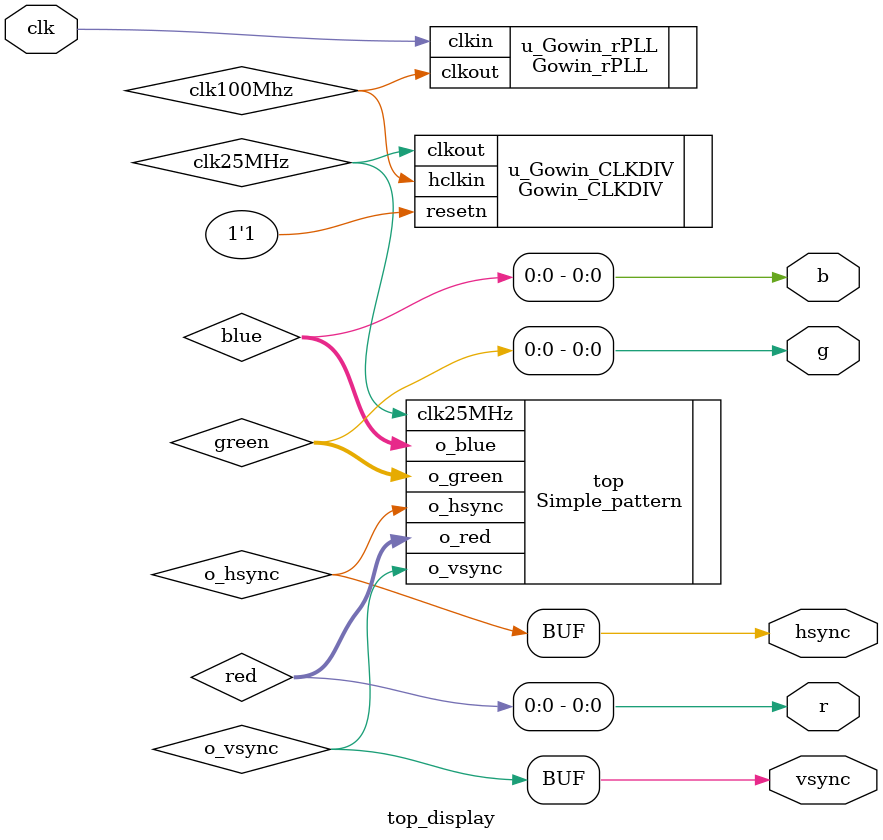
<source format=v>
module top_display(

    input  clk,              // System clock input (typically 27 MHz)
    output reg hsync,        // Horizontal sync output for VGA
    output reg vsync,        // Vertical sync output for VGA
    output reg r,            // Red color signal output for VGA
    output reg g,            // Green color signal output for VGA
    output reg b             // Blue color signal output for VGA
);

    // Internal wire declarations
    wire o_hsync;            // Horizontal sync signal from Simple_pattern module
    wire o_vsync;            // Vertical sync signal from Simple_pattern module
    wire clk_out, clk25MHz;  // Clock outputs from PLL and clock divider
    wire [7:0] red, green, blue;  // Color signals from Simple_pattern module

    // Unused signals for ball location and drawing (can be used in future extensions)
    wire [5:0] loc_ball_x;   // X-coordinate of the ball (not used here)
    wire [5:0] loc_ball_y;   // Y-coordinate of the ball (not used here)
    wire draw_ball;          // Signal to determine if the ball should be drawn (not used here)

    // Always block to update VGA output signals based on internal signals
    always@(*) begin
        r = red;             // Assign red color signal to VGA red output
        g = green;           // Assign green color signal to VGA green output
        b = blue;            // Assign blue color signal to VGA blue output
        hsync = o_hsync;     // Assign horizontal sync signal to VGA hsync output
        vsync = o_vsync;     // Assign vertical sync signal to VGA vsync output
    end

    // Clock generation using Gowin's PLL and clock divider
    wire clk100Mhz;          // 100 MHz clock signal from the PLL

    // PLL instance to generate a 100 MHz clock from the system input clock
    Gowin_rPLL u_Gowin_rPLL
    (
        .clkout(clk100Mhz),  // Output 100 MHz clock
        .clkin(clk)          // Input system clock (e.g., 27 MHz)
    );

    // Clock divider instance to generate a 25 MHz clock for VGA from the 100 MHz clock
    Gowin_CLKDIV u_Gowin_CLKDIV
    (
        .clkout(clk25MHz),   // Output 25 MHz clock
        .hclkin(clk100Mhz),  // Input 100 MHz clock
        .resetn(1'b1)        // Active-low reset signal (held high, not reset)
    );

    // Instantiate the Simple_pattern module to generate VGA signals
    Simple_pattern top(
        .clk25MHz(clk25MHz),  // Input clock signal (25 MHz for VGA timing)
        .o_hsync(o_hsync),    // Output horizontal sync signal
        .o_vsync(o_vsync),    // Output vertical sync signal
        .o_red(red),          // Output red color signal (8 bits)
        .o_green(green),      // Output green color signal (8 bits)
        .o_blue(blue)         // Output blue color signal (8 bits)
    );

endmodule

</source>
